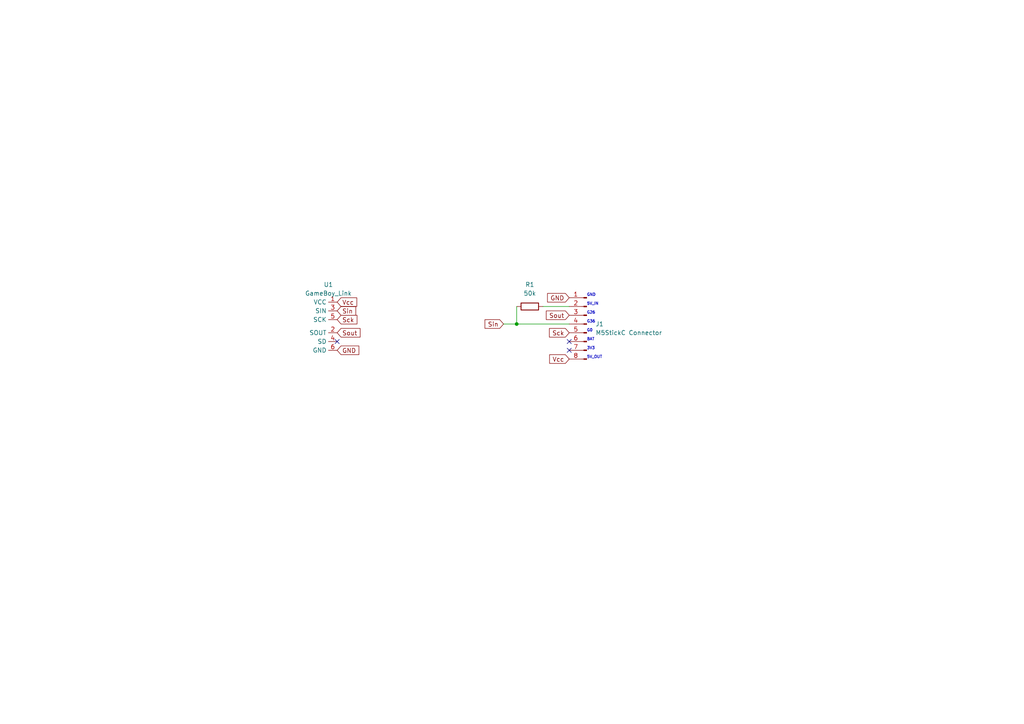
<source format=kicad_sch>
(kicad_sch (version 20211123) (generator eeschema)
  (paper "A4")
  (title_block (title "GameBoy Link M5StickC hat") (date "2022-07-30") (rev "1"))
  (lib_symbols
    (symbol "Connector:Conn_01x08_Male" (pin_names (offset 1.016) hide)
      (property "Reference" "J" (at 0 10.16 0))
      (property "Value" "Conn_01x08_Male" (at 0 -12.7 0))
      (symbol "Conn_01x08_Male_1_1"
        (polyline (pts (xy 1.27 -10.16) (xy 0.8636 -10.16)) (stroke (width 0.1524)))
        (polyline (pts (xy 1.27 -7.62) (xy 0.8636 -7.62)) (stroke (width 0.1524)))
        (polyline (pts (xy 1.27 -5.08) (xy 0.8636 -5.08)) (stroke (width 0.1524)))
        (polyline (pts (xy 1.27 -2.54) (xy 0.8636 -2.54)) (stroke (width 0.1524)))
        (polyline (pts (xy 1.27 0) (xy 0.8636 0)) (stroke (width 0.1524)))
        (polyline (pts (xy 1.27 2.54) (xy 0.8636 2.54)) (stroke (width 0.1524)))
        (polyline (pts (xy 1.27 5.08) (xy 0.8636 5.08)) (stroke (width 0.1524)))
        (polyline (pts (xy 1.27 7.62) (xy 0.8636 7.62)) (stroke (width 0.1524)))
        (rectangle (start 0.8636 -10.033) (end 0 -10.287) (stroke (width 0.1524)) (fill (type outline)))
        (rectangle (start 0.8636 -7.493) (end 0 -7.747) (stroke (width 0.1524)) (fill (type outline)))
        (rectangle (start 0.8636 -4.953) (end 0 -5.207) (stroke (width 0.1524)) (fill (type outline)))
        (rectangle (start 0.8636 -2.413) (end 0 -2.667) (stroke (width 0.1524)) (fill (type outline)))
        (rectangle (start 0.8636 0.127) (end 0 -0.127) (stroke (width 0.1524)) (fill (type outline)))
        (rectangle (start 0.8636 2.667) (end 0 2.413) (stroke (width 0.1524)) (fill (type outline)))
        (rectangle (start 0.8636 5.207) (end 0 4.953) (stroke (width 0.1524)) (fill (type outline)))
        (rectangle (start 0.8636 7.747) (end 0 7.493) (stroke (width 0.1524)) (fill (type outline)))
        (pin passive line (at 5.08 7.62 180) (length 3.81) (name "Pin_1") (number "1"))
        (pin passive line (at 5.08 5.08 180) (length 3.81) (name "Pin_2") (number "2"))
        (pin passive line (at 5.08 2.54 180) (length 3.81) (name "Pin_3") (number "3"))
        (pin passive line (at 5.08 0 180) (length 3.81) (name "Pin_4") (number "4"))
        (pin passive line (at 5.08 -2.54 180) (length 3.81) (name "Pin_5") (number "5"))
        (pin passive line (at 5.08 -5.08 180) (length 3.81) (name "Pin_6") (number "6"))
        (pin passive line (at 5.08 -7.62 180) (length 3.81) (name "Pin_7") (number "7"))
        (pin passive line (at 5.08 -10.16 180) (length 3.81) (name "Pin_8") (number "8"))
      )
    )
    (symbol "Device:R" (pin_numbers hide) (pin_names (offset 0))
      (property "Reference" "R" (at 2.032 0 90))
      (property "Value" "R" (at 0 0 90))
      (symbol "R_0_1"
        (rectangle (start -1.016 -2.54) (end 1.016 2.54) (stroke (width 0.254)))
      )
      (symbol "R_1_1"
        (pin passive line (at 0 3.81 270) (length 1.27) (name "~") (number "1"))
        (pin passive line (at 0 -3.81 90) (length 1.27) (name "~") (number "2"))
      )
    )
    (symbol "GameBoy:GameBoy_Link"
      (property "Reference" "U" (at -8.89 0 0))
      (property "Value" "GameBoy_Link" (at -1.27 0 0))
      (symbol "GameBoy_Link_1_1"
        (pin bidirectional line (at 0 -3.81 0) (length 2.54) (name "VCC") (number "1"))
        (pin output line (at 0 -12.7 0) (length 2.54) (name "SOUT") (number "2"))
        (pin input line (at 0 -6.35 0) (length 2.54) (name "SIN") (number "3"))
        (pin bidirectional line (at 0 -15.24 0) (length 2.54) (name "SD") (number "4"))
        (pin bidirectional line (at 0 -8.89 0) (length 2.54) (name "SCK") (number "5"))
        (pin bidirectional line (at 0 -17.78 0) (length 2.54) (name "GND") (number "6"))
      )
    )
  )
  (junction (at 149.86 93.98))
  (no_connect (at 97.79 99.06))
  (no_connect (at 165.1 101.6))
  (no_connect (at 165.1 99.06))
  (wire (pts (xy 146.05 93.98) (xy 149.86 93.98)))
  (wire (pts (xy 157.48 88.9) (xy 165.1 88.9)))
  (wire (pts (xy 149.86 93.98) (xy 165.1 93.98)))
  (wire (pts (xy 149.86 88.9) (xy 149.86 93.98)))
  (text "GND\n\n5V_IN\n\nG26\n\nG36\n\nG0\n\nBAT\n\n3V3\n\n5V_OUT" (at 170.18 104.14 0) (effects (font (size 0.8 0.8)) (justify left bottom)))
  (global_label "Sout" (shape input) (at 165.1 91.44 180) (property "Intersheet References" "${INTERSHEET_REFS}" (effects hide)))
  (global_label "Sin" (shape input) (at 97.79 90.17 0) (property "Intersheet References" "${INTERSHEET_REFS}" (effects hide)))
  (global_label "Sout" (shape input) (at 97.79 96.52 0) (property "Intersheet References" "${INTERSHEET_REFS}" (effects hide)))
  (global_label "GND" (shape input) (at 97.79 101.6 0) (property "Intersheet References" "${INTERSHEET_REFS}" (effects hide)))
  (global_label "Vcc" (shape input) (at 165.1 104.14 180) (property "Intersheet References" "${INTERSHEET_REFS}" (effects hide)))
  (global_label "Sck" (shape input) (at 97.79 92.71 0) (property "Intersheet References" "${INTERSHEET_REFS}" (effects hide)))
  (global_label "GND" (shape input) (at 165.1 86.36 180) (property "Intersheet References" "${INTERSHEET_REFS}" (effects hide)))
  (global_label "Vcc" (shape input) (at 97.79 87.63 0) (property "Intersheet References" "${INTERSHEET_REFS}" (effects hide)))
  (global_label "Sck" (shape input) (at 165.1 96.52 180) (property "Intersheet References" "${INTERSHEET_REFS}" (effects hide)))
  (global_label "Sin" (shape input) (at 146.05 93.98 180) (property "Intersheet References" "${INTERSHEET_REFS}" (effects hide)))
  (symbol (lib_id "Connector:Conn_01x08_Male") (at 170.18 93.98 0) (mirror y) (unit 1)
    (property "Reference" "J1" (at 172.72 93.98 0) (effects (justify right)))
    (property "Value" "M5StickC Connector" (at 172.72 96.52 0) (effects (justify right)))
    (property "Footprint" "Connector_PinHeader_2.54mm:PinHeader_1x08_P2.54mm_Horizontal" (effects hide))
  )
  (symbol (lib_id "GameBoy:GameBoy_Link") (at 97.79 83.82 0) (mirror y) (unit 1)
    (property "Reference" "U1" (at 95.25 82.55 0))
    (property "Value" "GameBoy_Link" (at 95.25 85.09 0))
    (property "Footprint" "GameBoy:GameBoy_Link_Edge" (effects hide))
  )
  (symbol (lib_id "Device:R") (at 153.67 88.9 90) (unit 1)
    (property "Reference" "R1" (at 153.67 82.55 90))
    (property "Value" "50k" (at 153.67 85.09 90))
    (property "Footprint" "Resistor_SMD:R_0805_2012Metric_Pad1.20x1.40mm_HandSolder" (effects hide))
  )
)
</source>
